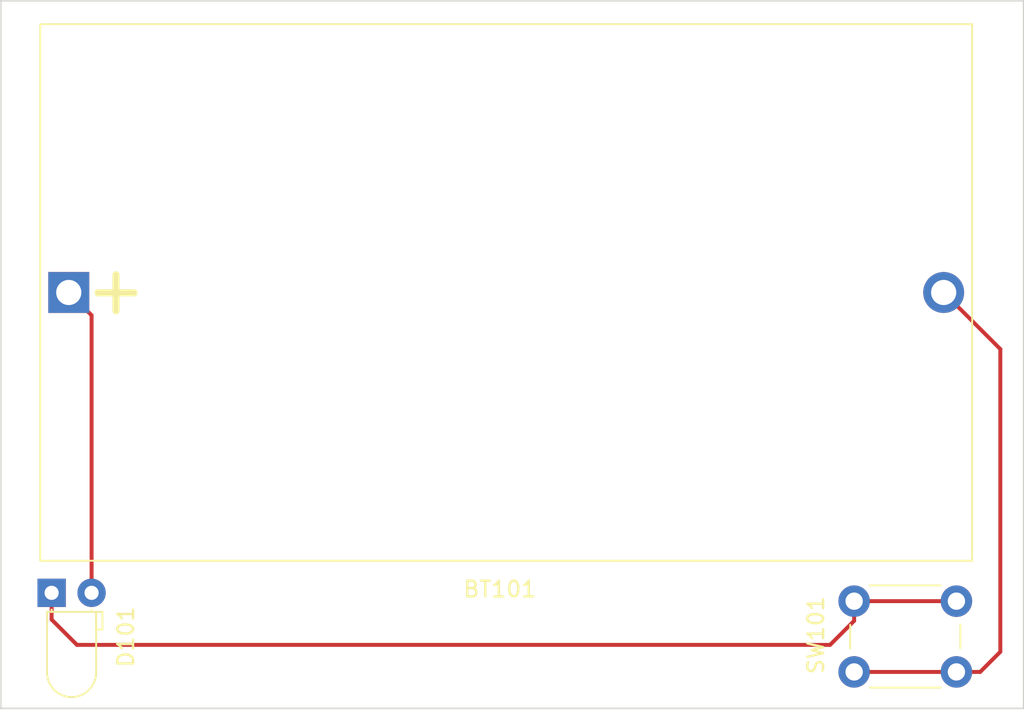
<source format=kicad_pcb>
(kicad_pcb (version 20241229) (generator "pcbnew") (generator_version "9.0")
  (layers (0 "F.Cu" signal) (2 "B.Cu" signal) (13 "F.Paste" user) (15 "B.Paste" user) (5 "F.SilkS" user "F.Silkscreen") (7 "B.SilkS" user "B.Silkscreen") (1 "F.Mask" user) (3 "B.Mask" user) (25 "Edge.Cuts" user))
  (net 0 "")
  (net 1 "+3V0")
  (net 2 "GND")
  (net 3 "Net-(D101-K)")
  (footprint "Battery:BatteryHolder_Bulgin_BX0036_1xC" (layer "F.Cu") (at 114.32 83.55)
    (property "Reference" "BT101" (at 27.4 18.87 0) (layer "F.SilkS"))
    (property "Value" "Battery")
    (fp_line (start -1.81 -17.06) (end -1.81 17.06) (stroke (width 0.12)) (layer "F.SilkS"))
    (fp_line (start -1.81 -17.06) (end 57.41 -17.06) (stroke (width 0.12)) (layer "F.SilkS"))
    (fp_line (start -1.81 17.06) (end 57.41 17.06) (stroke (width 0.12)) (layer "F.SilkS"))
    (fp_line (start 57.41 -17.06) (end 57.41 17.06) (stroke (width 0.12)) (layer "F.SilkS"))
    (fp_text user "+" (at 3 -0.2 0) (layer "F.SilkS") (effects (font (size 3 3) (thickness 0.45))))
    (pad "" np_thru_hole circle (at 11.9 0) (size 3.8 3.8) (drill 3.8) (layers "*.Cu" "*.Mask"))
    (pad "" np_thru_hole circle (at 43.7 0) (size 3.8 3.8) (drill 3.8) (layers "*.Cu" "*.Mask"))
    (pad "1" thru_hole rect (at 0 0) (size 2.6 2.6) (drill 1.6) (layers "*.Cu" "*.Mask") (net 1 "+3V0"))
    (pad "2" thru_hole circle (at 55.6 0) (size 2.6 2.6) (drill 1.6) (layers "*.Cu" "*.Mask") (net 2 "GND"))
  )
  (footprint "LED_THT:LED_D3.0mm_Horizontal_O1.27mm_Z2.0mm" (layer "F.Cu") (at 113.23 102.65)
    (property "Reference" "D101" (at 4.72 2.8 90) (layer "F.SilkS"))
    (property "Value" "LED")
    (fp_line (start -0.29 1.21) (end -0.29 5.07) (stroke (width 0.12)) (layer "F.SilkS"))
    (fp_line (start -0.29 1.21) (end 2.83 1.21) (stroke (width 0.12)) (layer "F.SilkS"))
    (fp_line (start 0 1.08) (end 0 1.08) (stroke (width 0.12)) (layer "F.SilkS"))
    (fp_line (start 0 1.08) (end 0 1.21) (stroke (width 0.12)) (layer "F.SilkS"))
    (fp_line (start 0 1.21) (end 0 1.08) (stroke (width 0.12)) (layer "F.SilkS"))
    (fp_line (start 0 1.21) (end 0 1.21) (stroke (width 0.12)) (layer "F.SilkS"))
    (fp_line (start 2.54 1.08) (end 2.54 1.08) (stroke (width 0.12)) (layer "F.SilkS"))
    (fp_line (start 2.54 1.08) (end 2.54 1.21) (stroke (width 0.12)) (layer "F.SilkS"))
    (fp_line (start 2.54 1.21) (end 2.54 1.08) (stroke (width 0.12)) (layer "F.SilkS"))
    (fp_line (start 2.54 1.21) (end 2.54 1.21) (stroke (width 0.12)) (layer "F.SilkS"))
    (fp_line (start 2.83 1.21) (end 2.83 5.07) (stroke (width 0.12)) (layer "F.SilkS"))
    (fp_line (start 2.83 1.21) (end 3.23 1.21) (stroke (width 0.12)) (layer "F.SilkS"))
    (fp_line (start 2.83 2.33) (end 2.83 1.21) (stroke (width 0.12)) (layer "F.SilkS"))
    (fp_line (start 3.23 1.21) (end 3.23 2.33) (stroke (width 0.12)) (layer "F.SilkS"))
    (fp_line (start 3.23 2.33) (end 2.83 2.33) (stroke (width 0.12)) (layer "F.SilkS"))
    (fp_arc (start 2.83 5.07) (mid 1.27 6.63) (end -0.29 5.07) (stroke (width 0.12)) (layer "F.SilkS"))
    (pad "1" thru_hole rect (at 0 0) (size 1.8 1.8) (drill 0.9) (layers "*.Cu" "*.Mask") (net 3 "Net-(D101-K)"))
    (pad "2" thru_hole circle (at 2.54 0) (size 1.8 1.8) (drill 0.9) (layers "*.Cu" "*.Mask") (net 1 "+3V0"))
  )
  (footprint "Button_Switch_THT:SW_PUSH_6mm" (layer "F.Cu") (at 164.23 103.18)
    (property "Reference" "SW101" (at -2.43 2.16 270) (layer "F.SilkS"))
    (property "Value" "SW_Push")
    (fp_line (start -0.25 1.5) (end -0.25 3) (stroke (width 0.12)) (layer "F.SilkS"))
    (fp_line (start 1 5.5) (end 5.5 5.5) (stroke (width 0.12)) (layer "F.SilkS"))
    (fp_line (start 5.5 -1) (end 1 -1) (stroke (width 0.12)) (layer "F.SilkS"))
    (fp_line (start 6.75 3) (end 6.75 1.5) (stroke (width 0.12)) (layer "F.SilkS"))
    (pad "1" thru_hole circle (at 0 0 90) (size 2 2) (drill 1.1) (layers "*.Cu" "*.Mask") (net 3 "Net-(D101-K)"))
    (pad "1" thru_hole circle (at 6.5 0 90) (size 2 2) (drill 1.1) (layers "*.Cu" "*.Mask") (net 3 "Net-(D101-K)"))
    (pad "2" thru_hole circle (at 0 4.5 90) (size 2 2) (drill 1.1) (layers "*.Cu" "*.Mask") (net 2 "GND"))
    (pad "2" thru_hole circle (at 6.5 4.5 90) (size 2 2) (drill 1.1) (layers "*.Cu" "*.Mask") (net 2 "GND"))
  )
  (gr_line (start 175 110) (end 175 65) (stroke (width 0.1)) (layer "Edge.Cuts"))
  (gr_line (start 110 65) (end 110 110) (stroke (width 0.1)) (layer "Edge.Cuts"))
  (gr_line (start 175 65) (end 110 65) (stroke (width 0.1)) (layer "Edge.Cuts"))
  (gr_line (start 175 110) (end 110 110) (stroke (width 0.1)) (layer "Edge.Cuts"))
  (segment (start 115.77 85) (end 114.32 83.55) (width 0.25) (layer "F.Cu") (net 1))
  (segment (start 115.77 102.65) (end 115.77 85) (width 0.25) (layer "F.Cu") (net 1))
  (segment (start 164.23 107.68) (end 170.73 107.68) (width 0.25) (layer "F.Cu") (net 2))
  (segment (start 173.52 106.4) (end 173.52 87.15) (width 0.25) (layer "F.Cu") (net 2))
  (segment (start 172.24 107.68) (end 173.52 106.4) (width 0.25) (layer "F.Cu") (net 2))
  (segment (start 173.52 87.15) (end 169.92 83.55) (width 0.25) (layer "F.Cu") (net 2))
  (segment (start 170.73 107.68) (end 172.24 107.68) (width 0.25) (layer "F.Cu") (net 2))
  (segment (start 113.23 102.65) (end 113.23 104.35) (width 0.25) (layer "F.Cu") (net 3))
  (segment (start 114.84 105.96) (end 162.7 105.96) (width 0.25) (layer "F.Cu") (net 3))
  (segment (start 113.23 104.35) (end 114.84 105.96) (width 0.25) (layer "F.Cu") (net 3))
  (segment (start 164.23 103.18) (end 170.73 103.18) (width 0.25) (layer "F.Cu") (net 3))
  (segment (start 162.7 105.96) (end 164.23 104.43) (width 0.25) (layer "F.Cu") (net 3))
  (segment (start 164.23 104.43) (end 164.23 103.18) (width 0.25) (layer "F.Cu") (net 3))
)
</source>
